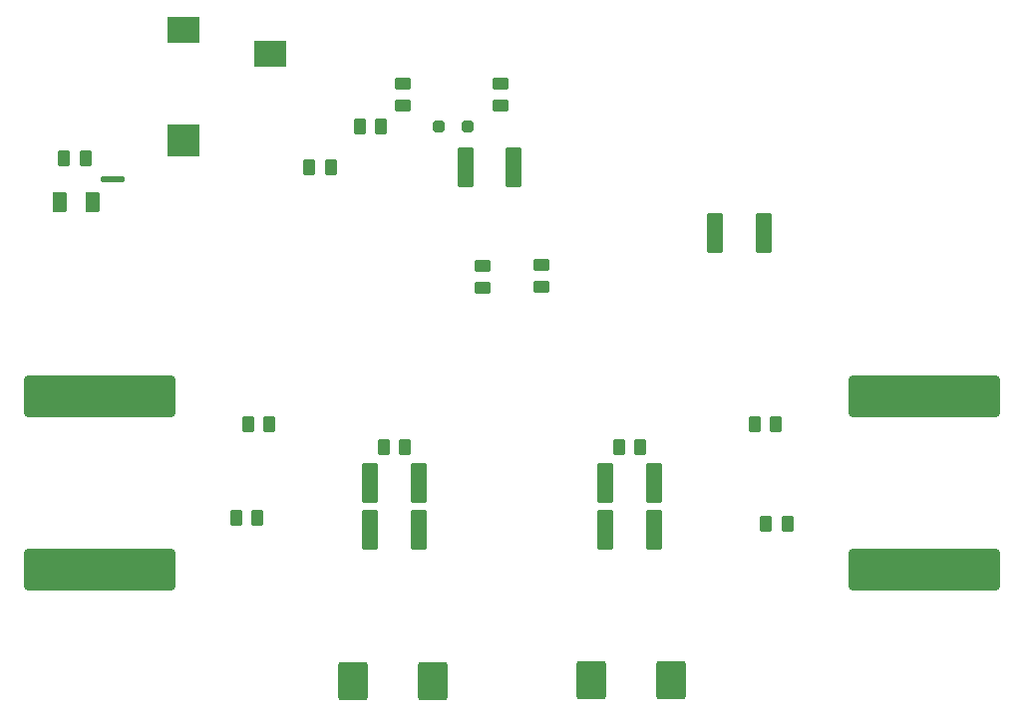
<source format=gtp>
%TF.GenerationSoftware,KiCad,Pcbnew,9.0.0*%
%TF.CreationDate,2025-05-27T01:04:57-04:00*%
%TF.ProjectId,PlasmaTransformer-DualFET,506c6173-6d61-4547-9261-6e73666f726d,rev?*%
%TF.SameCoordinates,Original*%
%TF.FileFunction,Paste,Top*%
%TF.FilePolarity,Positive*%
%FSLAX46Y46*%
G04 Gerber Fmt 4.6, Leading zero omitted, Abs format (unit mm)*
G04 Created by KiCad (PCBNEW 9.0.0) date 2025-05-27 01:04:57*
%MOMM*%
%LPD*%
G01*
G04 APERTURE LIST*
G04 Aperture macros list*
%AMRoundRect*
0 Rectangle with rounded corners*
0 $1 Rounding radius*
0 $2 $3 $4 $5 $6 $7 $8 $9 X,Y pos of 4 corners*
0 Add a 4 corners polygon primitive as box body*
4,1,4,$2,$3,$4,$5,$6,$7,$8,$9,$2,$3,0*
0 Add four circle primitives for the rounded corners*
1,1,$1+$1,$2,$3*
1,1,$1+$1,$4,$5*
1,1,$1+$1,$6,$7*
1,1,$1+$1,$8,$9*
0 Add four rect primitives between the rounded corners*
20,1,$1+$1,$2,$3,$4,$5,0*
20,1,$1+$1,$4,$5,$6,$7,0*
20,1,$1+$1,$6,$7,$8,$9,0*
20,1,$1+$1,$8,$9,$2,$3,0*%
G04 Aperture macros list end*
%ADD10RoundRect,0.250000X-0.262500X-0.450000X0.262500X-0.450000X0.262500X0.450000X-0.262500X0.450000X0*%
%ADD11RoundRect,0.250000X0.262500X0.450000X-0.262500X0.450000X-0.262500X-0.450000X0.262500X-0.450000X0*%
%ADD12RoundRect,0.250000X-0.450000X0.262500X-0.450000X-0.262500X0.450000X-0.262500X0.450000X0.262500X0*%
%ADD13RoundRect,0.250002X6.149998X-1.499998X6.149998X1.499998X-6.149998X1.499998X-6.149998X-1.499998X0*%
%ADD14RoundRect,0.250000X1.000000X-1.400000X1.000000X1.400000X-1.000000X1.400000X-1.000000X-1.400000X0*%
%ADD15RoundRect,0.249999X0.450001X1.450001X-0.450001X1.450001X-0.450001X-1.450001X0.450001X-1.450001X0*%
%ADD16RoundRect,0.249999X-0.450001X-1.450001X0.450001X-1.450001X0.450001X1.450001X-0.450001X1.450001X0*%
%ADD17RoundRect,0.250000X0.375000X0.625000X-0.375000X0.625000X-0.375000X-0.625000X0.375000X-0.625000X0*%
%ADD18RoundRect,0.250002X-6.149998X1.499998X-6.149998X-1.499998X6.149998X-1.499998X6.149998X1.499998X0*%
%ADD19R,2.800000X2.200000*%
%ADD20R,2.800000X2.800000*%
%ADD21RoundRect,0.250000X-0.250000X-0.250000X0.250000X-0.250000X0.250000X0.250000X-0.250000X0.250000X0*%
%ADD22RoundRect,0.250000X0.450000X-0.262500X0.450000X0.262500X-0.450000X0.262500X-0.450000X-0.262500X0*%
%ADD23RoundRect,0.075000X-0.925000X-0.175000X0.925000X-0.175000X0.925000X0.175000X-0.925000X0.175000X0*%
G04 APERTURE END LIST*
D10*
%TO.C,R15*%
X120587500Y-94000000D03*
X122412500Y-94000000D03*
%TD*%
D11*
%TO.C,R14*%
X79412500Y-94000000D03*
X77587500Y-94000000D03*
%TD*%
D10*
%TO.C,R12*%
X76587500Y-102000000D03*
X78412500Y-102000000D03*
%TD*%
%TO.C,R11*%
X89087500Y-96000000D03*
X90912500Y-96000000D03*
%TD*%
%TO.C,R10*%
X109087500Y-96000000D03*
X110912500Y-96000000D03*
%TD*%
D12*
%TO.C,R8*%
X102500000Y-80487500D03*
X102500000Y-82312500D03*
%TD*%
D13*
%TO.C,L3*%
X65000000Y-91650000D03*
X65000000Y-106350000D03*
%TD*%
D14*
%TO.C,D4*%
X93300000Y-115900000D03*
X86500000Y-115900000D03*
%TD*%
D15*
%TO.C,C19*%
X121350000Y-77800000D03*
X117250000Y-77800000D03*
%TD*%
D16*
%TO.C,C10*%
X87950000Y-103000000D03*
X92050000Y-103000000D03*
%TD*%
%TO.C,C9*%
X87950000Y-99000000D03*
X92050000Y-99000000D03*
%TD*%
%TO.C,C8*%
X107950000Y-99000000D03*
X112050000Y-99000000D03*
%TD*%
%TO.C,C7*%
X107950000Y-103000000D03*
X112050000Y-103000000D03*
%TD*%
D17*
%TO.C,D3*%
X64387500Y-75187500D03*
X61587500Y-75187500D03*
%TD*%
D11*
%TO.C,R13*%
X63800000Y-71387500D03*
X61975000Y-71387500D03*
%TD*%
D18*
%TO.C,L2*%
X135000000Y-106350000D03*
X135000000Y-91650000D03*
%TD*%
D14*
%TO.C,D2*%
X106750000Y-115750000D03*
X113550000Y-115750000D03*
%TD*%
D10*
%TO.C,R2*%
X87087500Y-68750000D03*
X88912500Y-68750000D03*
%TD*%
D16*
%TO.C,C11*%
X96050000Y-72200000D03*
X100150000Y-72200000D03*
%TD*%
D12*
%TO.C,R4*%
X99000000Y-65087500D03*
X99000000Y-66912500D03*
%TD*%
D19*
%TO.C,J8*%
X79500000Y-62500000D03*
X72100000Y-60500000D03*
D20*
X72100000Y-69900000D03*
%TD*%
D21*
%TO.C,D1*%
X93750000Y-68750000D03*
X96250000Y-68750000D03*
%TD*%
D22*
%TO.C,R3*%
X90750000Y-66912500D03*
X90750000Y-65087500D03*
%TD*%
D23*
%TO.C,L1*%
X66112500Y-73187500D03*
%TD*%
D10*
%TO.C,R9*%
X82787500Y-72200000D03*
X84612500Y-72200000D03*
%TD*%
D12*
%TO.C,R5*%
X97500000Y-80587500D03*
X97500000Y-82412500D03*
%TD*%
D11*
%TO.C,R7*%
X121587500Y-102500000D03*
X123412500Y-102500000D03*
%TD*%
M02*

</source>
